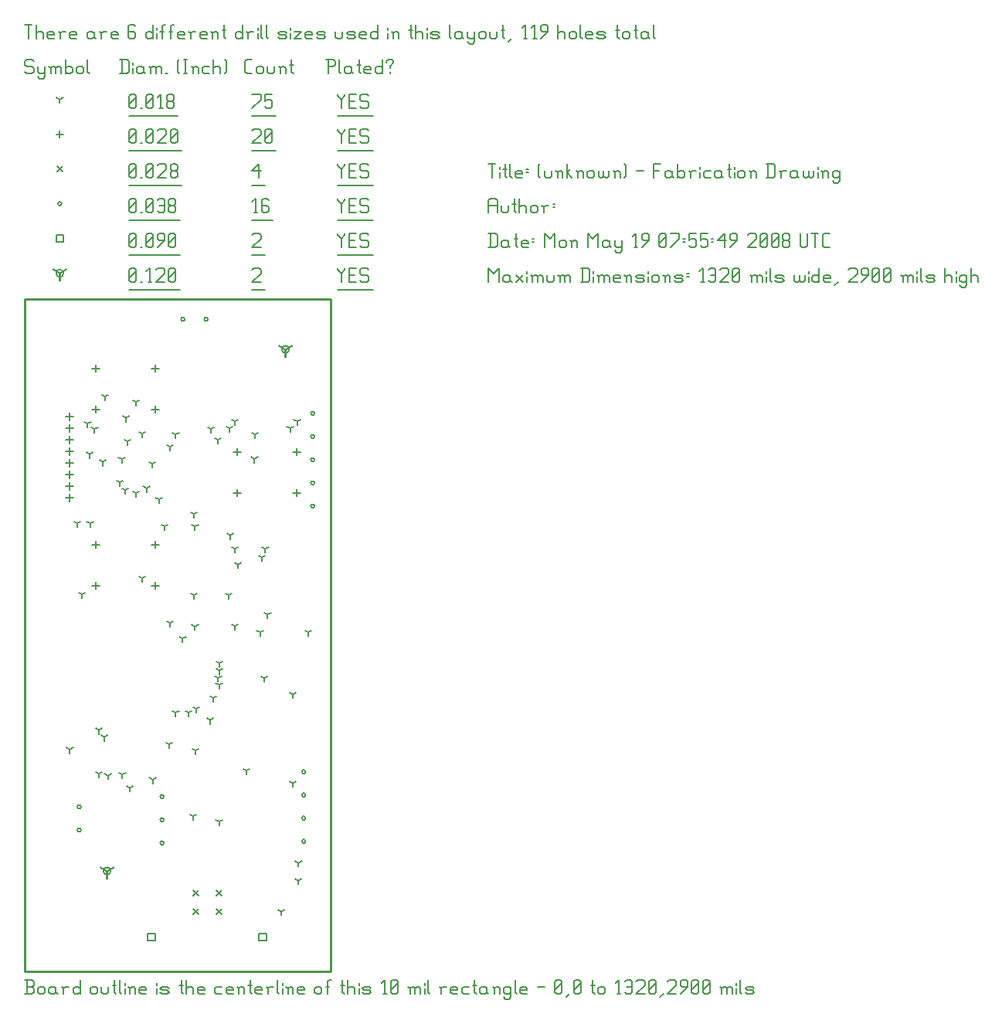
<source format=gbr>
G04 start of page 9 for group -3984 idx -3984
G04 Title: (unknown), fab *
G04 Creator: pcb 20070912 *
G04 CreationDate: Mon May 19 07:55:49 2008 UTC *
G04 For: sean *
G04 Format: Gerber/RS-274X *
G04 PCB-Dimensions: 132000 290000 *
G04 PCB-Coordinate-Origin: lower left *
%MOIN*%
%FSLAX24Y24*%
%LNFAB*%
%ADD11C,0.0100*%
%ADD47C,0.0060*%
%ADD49R,0.0080X0.0080*%
G54D49*X11240Y26840D02*Y26520D01*
G54D12*G36*
X11185Y26854D02*X11531Y27054D01*
X11571Y26985D01*
X11225Y26785D01*
X11185Y26854D01*
G37*
G54D49*G54D12*G36*
X11254Y26785D02*X10908Y26985D01*
X10948Y27054D01*
X11294Y26854D01*
X11254Y26785D01*
G37*
G54D49*X11080Y26840D02*G75*G03X11400Y26840I160J0D01*G01*
G75*G03X11080Y26840I-160J0D01*G01*
X3540Y4340D02*Y4020D01*
G54D12*G36*
X3485Y4354D02*X3831Y4554D01*
X3871Y4485D01*
X3525Y4285D01*
X3485Y4354D01*
G37*
G54D49*G54D12*G36*
X3554Y4285D02*X3208Y4485D01*
X3248Y4554D01*
X3594Y4354D01*
X3554Y4285D01*
G37*
G54D49*X3380Y4340D02*G75*G03X3700Y4340I160J0D01*G01*
G75*G03X3380Y4340I-160J0D01*G01*
X1500Y30125D02*Y29805D01*
G54D12*G36*
X1445Y30139D02*X1791Y30339D01*
X1831Y30270D01*
X1485Y30070D01*
X1445Y30139D01*
G37*
G54D49*G54D12*G36*
X1514Y30070D02*X1168Y30270D01*
X1208Y30339D01*
X1554Y30139D01*
X1514Y30070D01*
G37*
G54D49*X1340Y30125D02*G75*G03X1660Y30125I160J0D01*G01*
G75*G03X1340Y30125I-160J0D01*G01*
G54D47*X13500Y30350D02*Y30275D01*
X13650Y30125D01*
X13800Y30275D01*
Y30350D02*Y30275D01*
X13650Y30125D02*Y29750D01*
X13980Y30050D02*X14205D01*
X13980Y29750D02*X14280D01*
X13980Y30350D02*Y29750D01*
Y30350D02*X14280D01*
X14760D02*X14835Y30275D01*
X14535Y30350D02*X14760D01*
X14460Y30275D02*X14535Y30350D01*
X14460Y30275D02*Y30125D01*
X14535Y30050D01*
X14760D01*
X14835Y29975D01*
Y29825D01*
X14760Y29750D02*X14835Y29825D01*
X14535Y29750D02*X14760D01*
X14460Y29825D02*X14535Y29750D01*
X13500Y29424D02*X15015D01*
X9800Y30275D02*X9875Y30350D01*
X10100D01*
X10175Y30275D01*
Y30125D01*
X9800Y29750D02*X10175Y30125D01*
X9800Y29750D02*X10175D01*
X9800Y29424D02*X10355D01*
X4500Y29825D02*X4575Y29750D01*
X4500Y30275D02*Y29825D01*
Y30275D02*X4575Y30350D01*
X4725D01*
X4800Y30275D01*
Y29825D01*
X4725Y29750D02*X4800Y29825D01*
X4575Y29750D02*X4725D01*
X4500Y29900D02*X4800Y30200D01*
X4980Y29750D02*X5055D01*
X5310D02*X5460D01*
X5385Y30350D02*Y29750D01*
X5235Y30200D02*X5385Y30350D01*
X5640Y30275D02*X5715Y30350D01*
X5940D01*
X6015Y30275D01*
Y30125D01*
X5640Y29750D02*X6015Y30125D01*
X5640Y29750D02*X6015D01*
X6195Y29825D02*X6270Y29750D01*
X6195Y30275D02*Y29825D01*
Y30275D02*X6270Y30350D01*
X6420D01*
X6495Y30275D01*
Y29825D01*
X6420Y29750D02*X6495Y29825D01*
X6270Y29750D02*X6420D01*
X6195Y29900D02*X6495Y30200D01*
X4500Y29424D02*X6675D01*
X10100Y1650D02*X10420D01*
X10100D02*Y1330D01*
X10420D01*
Y1650D02*Y1330D01*
X5300Y1650D02*X5620D01*
X5300D02*Y1330D01*
X5620D01*
Y1650D02*Y1330D01*
X1340Y31785D02*X1660D01*
X1340D02*Y31465D01*
X1660D01*
Y31785D02*Y31465D01*
X13500Y31850D02*Y31775D01*
X13650Y31625D01*
X13800Y31775D01*
Y31850D02*Y31775D01*
X13650Y31625D02*Y31250D01*
X13980Y31550D02*X14205D01*
X13980Y31250D02*X14280D01*
X13980Y31850D02*Y31250D01*
Y31850D02*X14280D01*
X14760D02*X14835Y31775D01*
X14535Y31850D02*X14760D01*
X14460Y31775D02*X14535Y31850D01*
X14460Y31775D02*Y31625D01*
X14535Y31550D01*
X14760D01*
X14835Y31475D01*
Y31325D01*
X14760Y31250D02*X14835Y31325D01*
X14535Y31250D02*X14760D01*
X14460Y31325D02*X14535Y31250D01*
X13500Y30924D02*X15015D01*
X9800Y31775D02*X9875Y31850D01*
X10100D01*
X10175Y31775D01*
Y31625D01*
X9800Y31250D02*X10175Y31625D01*
X9800Y31250D02*X10175D01*
X9800Y30924D02*X10355D01*
X4500Y31325D02*X4575Y31250D01*
X4500Y31775D02*Y31325D01*
Y31775D02*X4575Y31850D01*
X4725D01*
X4800Y31775D01*
Y31325D01*
X4725Y31250D02*X4800Y31325D01*
X4575Y31250D02*X4725D01*
X4500Y31400D02*X4800Y31700D01*
X4980Y31250D02*X5055D01*
X5235Y31325D02*X5310Y31250D01*
X5235Y31775D02*Y31325D01*
Y31775D02*X5310Y31850D01*
X5460D01*
X5535Y31775D01*
Y31325D01*
X5460Y31250D02*X5535Y31325D01*
X5310Y31250D02*X5460D01*
X5235Y31400D02*X5535Y31700D01*
X5715Y31250D02*X6015Y31550D01*
Y31775D02*Y31550D01*
X5940Y31850D02*X6015Y31775D01*
X5790Y31850D02*X5940D01*
X5715Y31775D02*X5790Y31850D01*
X5715Y31775D02*Y31625D01*
X5790Y31550D01*
X6015D01*
X6195Y31325D02*X6270Y31250D01*
X6195Y31775D02*Y31325D01*
Y31775D02*X6270Y31850D01*
X6420D01*
X6495Y31775D01*
Y31325D01*
X6420Y31250D02*X6495Y31325D01*
X6270Y31250D02*X6420D01*
X6195Y31400D02*X6495Y31700D01*
X4500Y30924D02*X6675D01*
X2260Y7110D02*G75*G03X2420Y7110I80J0D01*G01*
G75*G03X2260Y7110I-80J0D01*G01*
Y6110D02*G75*G03X2420Y6110I80J0D01*G01*
G75*G03X2260Y6110I-80J0D01*G01*
X5830Y7550D02*G75*G03X5990Y7550I80J0D01*G01*
G75*G03X5830Y7550I-80J0D01*G01*
Y6550D02*G75*G03X5990Y6550I80J0D01*G01*
G75*G03X5830Y6550I-80J0D01*G01*
Y5550D02*G75*G03X5990Y5550I80J0D01*G01*
G75*G03X5830Y5550I-80J0D01*G01*
X12330Y24080D02*G75*G03X12490Y24080I80J0D01*G01*
G75*G03X12330Y24080I-80J0D01*G01*
Y23080D02*G75*G03X12490Y23080I80J0D01*G01*
G75*G03X12330Y23080I-80J0D01*G01*
Y22080D02*G75*G03X12490Y22080I80J0D01*G01*
G75*G03X12330Y22080I-80J0D01*G01*
Y21080D02*G75*G03X12490Y21080I80J0D01*G01*
G75*G03X12330Y21080I-80J0D01*G01*
Y20080D02*G75*G03X12490Y20080I80J0D01*G01*
G75*G03X12330Y20080I-80J0D01*G01*
X11940Y8620D02*G75*G03X12100Y8620I80J0D01*G01*
G75*G03X11940Y8620I-80J0D01*G01*
Y7620D02*G75*G03X12100Y7620I80J0D01*G01*
G75*G03X11940Y7620I-80J0D01*G01*
Y6620D02*G75*G03X12100Y6620I80J0D01*G01*
G75*G03X11940Y6620I-80J0D01*G01*
Y5620D02*G75*G03X12100Y5620I80J0D01*G01*
G75*G03X11940Y5620I-80J0D01*G01*
X6730Y28140D02*G75*G03X6890Y28140I80J0D01*G01*
G75*G03X6730Y28140I-80J0D01*G01*
X7730D02*G75*G03X7890Y28140I80J0D01*G01*
G75*G03X7730Y28140I-80J0D01*G01*
X1420Y33125D02*G75*G03X1580Y33125I80J0D01*G01*
G75*G03X1420Y33125I-80J0D01*G01*
X13500Y33350D02*Y33275D01*
X13650Y33125D01*
X13800Y33275D01*
Y33350D02*Y33275D01*
X13650Y33125D02*Y32750D01*
X13980Y33050D02*X14205D01*
X13980Y32750D02*X14280D01*
X13980Y33350D02*Y32750D01*
Y33350D02*X14280D01*
X14760D02*X14835Y33275D01*
X14535Y33350D02*X14760D01*
X14460Y33275D02*X14535Y33350D01*
X14460Y33275D02*Y33125D01*
X14535Y33050D01*
X14760D01*
X14835Y32975D01*
Y32825D01*
X14760Y32750D02*X14835Y32825D01*
X14535Y32750D02*X14760D01*
X14460Y32825D02*X14535Y32750D01*
X13500Y32424D02*X15015D01*
X9875Y32750D02*X10025D01*
X9950Y33350D02*Y32750D01*
X9800Y33200D02*X9950Y33350D01*
X10430D02*X10505Y33275D01*
X10280Y33350D02*X10430D01*
X10205Y33275D02*X10280Y33350D01*
X10205Y33275D02*Y32825D01*
X10280Y32750D01*
X10430Y33050D02*X10505Y32975D01*
X10205Y33050D02*X10430D01*
X10280Y32750D02*X10430D01*
X10505Y32825D01*
Y32975D02*Y32825D01*
X9800Y32424D02*X10685D01*
X4500Y32825D02*X4575Y32750D01*
X4500Y33275D02*Y32825D01*
Y33275D02*X4575Y33350D01*
X4725D01*
X4800Y33275D01*
Y32825D01*
X4725Y32750D02*X4800Y32825D01*
X4575Y32750D02*X4725D01*
X4500Y32900D02*X4800Y33200D01*
X4980Y32750D02*X5055D01*
X5235Y32825D02*X5310Y32750D01*
X5235Y33275D02*Y32825D01*
Y33275D02*X5310Y33350D01*
X5460D01*
X5535Y33275D01*
Y32825D01*
X5460Y32750D02*X5535Y32825D01*
X5310Y32750D02*X5460D01*
X5235Y32900D02*X5535Y33200D01*
X5715Y33275D02*X5790Y33350D01*
X5940D01*
X6015Y33275D01*
Y32825D01*
X5940Y32750D02*X6015Y32825D01*
X5790Y32750D02*X5940D01*
X5715Y32825D02*X5790Y32750D01*
Y33050D02*X6015D01*
X6195Y32825D02*X6270Y32750D01*
X6195Y32975D02*Y32825D01*
Y32975D02*X6270Y33050D01*
X6420D01*
X6495Y32975D01*
Y32825D01*
X6420Y32750D02*X6495Y32825D01*
X6270Y32750D02*X6420D01*
X6195Y33125D02*X6270Y33050D01*
X6195Y33275D02*Y33125D01*
Y33275D02*X6270Y33350D01*
X6420D01*
X6495Y33275D01*
Y33125D01*
X6420Y33050D02*X6495Y33125D01*
X4500Y32424D02*X6675D01*
X8240Y3510D02*X8480Y3270D01*
X8240D02*X8480Y3510D01*
X7240D02*X7480Y3270D01*
X7240D02*X7480Y3510D01*
X7240Y2710D02*X7480Y2470D01*
X7240D02*X7480Y2710D01*
X8240D02*X8480Y2470D01*
X8240D02*X8480Y2710D01*
X1380Y34745D02*X1620Y34505D01*
X1380D02*X1620Y34745D01*
X13500Y34850D02*Y34775D01*
X13650Y34625D01*
X13800Y34775D01*
Y34850D02*Y34775D01*
X13650Y34625D02*Y34250D01*
X13980Y34550D02*X14205D01*
X13980Y34250D02*X14280D01*
X13980Y34850D02*Y34250D01*
Y34850D02*X14280D01*
X14760D02*X14835Y34775D01*
X14535Y34850D02*X14760D01*
X14460Y34775D02*X14535Y34850D01*
X14460Y34775D02*Y34625D01*
X14535Y34550D01*
X14760D01*
X14835Y34475D01*
Y34325D01*
X14760Y34250D02*X14835Y34325D01*
X14535Y34250D02*X14760D01*
X14460Y34325D02*X14535Y34250D01*
X13500Y33924D02*X15015D01*
X9800Y34550D02*X10100Y34850D01*
X9800Y34550D02*X10175D01*
X10100Y34850D02*Y34250D01*
X9800Y33924D02*X10355D01*
X4500Y34325D02*X4575Y34250D01*
X4500Y34775D02*Y34325D01*
Y34775D02*X4575Y34850D01*
X4725D01*
X4800Y34775D01*
Y34325D01*
X4725Y34250D02*X4800Y34325D01*
X4575Y34250D02*X4725D01*
X4500Y34400D02*X4800Y34700D01*
X4980Y34250D02*X5055D01*
X5235Y34325D02*X5310Y34250D01*
X5235Y34775D02*Y34325D01*
Y34775D02*X5310Y34850D01*
X5460D01*
X5535Y34775D01*
Y34325D01*
X5460Y34250D02*X5535Y34325D01*
X5310Y34250D02*X5460D01*
X5235Y34400D02*X5535Y34700D01*
X5715Y34775D02*X5790Y34850D01*
X6015D01*
X6090Y34775D01*
Y34625D01*
X5715Y34250D02*X6090Y34625D01*
X5715Y34250D02*X6090D01*
X6270Y34325D02*X6345Y34250D01*
X6270Y34475D02*Y34325D01*
Y34475D02*X6345Y34550D01*
X6495D01*
X6570Y34475D01*
Y34325D01*
X6495Y34250D02*X6570Y34325D01*
X6345Y34250D02*X6495D01*
X6270Y34625D02*X6345Y34550D01*
X6270Y34775D02*Y34625D01*
Y34775D02*X6345Y34850D01*
X6495D01*
X6570Y34775D01*
Y34625D01*
X6495Y34550D02*X6570Y34625D01*
X4500Y33924D02*X6750D01*
X3060Y26185D02*Y25865D01*
X2900Y26025D02*X3220D01*
X5619Y26185D02*Y25865D01*
X5459Y26025D02*X5779D01*
X5619Y24414D02*Y24094D01*
X5459Y24254D02*X5779D01*
X3060Y24414D02*Y24094D01*
X2900Y24254D02*X3220D01*
X1920Y24110D02*Y23790D01*
X1760Y23950D02*X2080D01*
X1920Y23610D02*Y23290D01*
X1760Y23450D02*X2080D01*
X1920Y23110D02*Y22790D01*
X1760Y22950D02*X2080D01*
X1920Y22610D02*Y22290D01*
X1760Y22450D02*X2080D01*
X1920Y22110D02*Y21790D01*
X1760Y21950D02*X2080D01*
X1920Y21610D02*Y21290D01*
X1760Y21450D02*X2080D01*
X1920Y21110D02*Y20790D01*
X1760Y20950D02*X2080D01*
X1920Y20610D02*Y20290D01*
X1760Y20450D02*X2080D01*
X3060Y18585D02*Y18265D01*
X2900Y18425D02*X3220D01*
X5619Y18585D02*Y18265D01*
X5459Y18425D02*X5779D01*
X5619Y16814D02*Y16494D01*
X5459Y16654D02*X5779D01*
X3060Y16814D02*Y16494D01*
X2900Y16654D02*X3220D01*
X9160Y22585D02*Y22265D01*
X9000Y22425D02*X9320D01*
X11719Y22585D02*Y22265D01*
X11559Y22425D02*X11879D01*
X11719Y20814D02*Y20494D01*
X11559Y20654D02*X11879D01*
X9160Y20814D02*Y20494D01*
X9000Y20654D02*X9320D01*
X1500Y36285D02*Y35965D01*
X1340Y36125D02*X1660D01*
X13500Y36350D02*Y36275D01*
X13650Y36125D01*
X13800Y36275D01*
Y36350D02*Y36275D01*
X13650Y36125D02*Y35750D01*
X13980Y36050D02*X14205D01*
X13980Y35750D02*X14280D01*
X13980Y36350D02*Y35750D01*
Y36350D02*X14280D01*
X14760D02*X14835Y36275D01*
X14535Y36350D02*X14760D01*
X14460Y36275D02*X14535Y36350D01*
X14460Y36275D02*Y36125D01*
X14535Y36050D01*
X14760D01*
X14835Y35975D01*
Y35825D01*
X14760Y35750D02*X14835Y35825D01*
X14535Y35750D02*X14760D01*
X14460Y35825D02*X14535Y35750D01*
X13500Y35424D02*X15015D01*
X9800Y36275D02*X9875Y36350D01*
X10100D01*
X10175Y36275D01*
Y36125D01*
X9800Y35750D02*X10175Y36125D01*
X9800Y35750D02*X10175D01*
X10355Y35825D02*X10430Y35750D01*
X10355Y36275D02*Y35825D01*
Y36275D02*X10430Y36350D01*
X10580D01*
X10655Y36275D01*
Y35825D01*
X10580Y35750D02*X10655Y35825D01*
X10430Y35750D02*X10580D01*
X10355Y35900D02*X10655Y36200D01*
X9800Y35424D02*X10835D01*
X4500Y35825D02*X4575Y35750D01*
X4500Y36275D02*Y35825D01*
Y36275D02*X4575Y36350D01*
X4725D01*
X4800Y36275D01*
Y35825D01*
X4725Y35750D02*X4800Y35825D01*
X4575Y35750D02*X4725D01*
X4500Y35900D02*X4800Y36200D01*
X4980Y35750D02*X5055D01*
X5235Y35825D02*X5310Y35750D01*
X5235Y36275D02*Y35825D01*
Y36275D02*X5310Y36350D01*
X5460D01*
X5535Y36275D01*
Y35825D01*
X5460Y35750D02*X5535Y35825D01*
X5310Y35750D02*X5460D01*
X5235Y35900D02*X5535Y36200D01*
X5715Y36275D02*X5790Y36350D01*
X6015D01*
X6090Y36275D01*
Y36125D01*
X5715Y35750D02*X6090Y36125D01*
X5715Y35750D02*X6090D01*
X6270Y35825D02*X6345Y35750D01*
X6270Y36275D02*Y35825D01*
Y36275D02*X6345Y36350D01*
X6495D01*
X6570Y36275D01*
Y35825D01*
X6495Y35750D02*X6570Y35825D01*
X6345Y35750D02*X6495D01*
X6270Y35900D02*X6570Y36200D01*
X4500Y35424D02*X6750D01*
X11790Y3920D02*Y3760D01*
Y3920D02*X11928Y4000D01*
X11790Y3920D02*X11651Y4000D01*
X11800Y4690D02*Y4530D01*
Y4690D02*X11938Y4770D01*
X11800Y4690D02*X11661Y4770D01*
X4200Y8500D02*Y8340D01*
Y8500D02*X4338Y8580D01*
X4200Y8500D02*X4061Y8580D01*
X4510Y7920D02*Y7760D01*
Y7920D02*X4648Y8000D01*
X4510Y7920D02*X4371Y8000D01*
X6211Y9800D02*Y9640D01*
Y9800D02*X6349Y9880D01*
X6211Y9800D02*X6072Y9880D01*
X9179Y17555D02*Y17395D01*
Y17555D02*X9318Y17635D01*
X9179Y17555D02*X9041Y17635D01*
X10220Y17865D02*Y17705D01*
Y17865D02*X10358Y17945D01*
X10220Y17865D02*X10081Y17945D01*
X9920Y23165D02*Y23005D01*
Y23165D02*X10058Y23245D01*
X9920Y23165D02*X9781Y23245D01*
X4780Y24564D02*Y24404D01*
Y24564D02*X4918Y24644D01*
X4780Y24564D02*X4641Y24644D01*
X5505Y8282D02*Y8122D01*
Y8282D02*X5643Y8362D01*
X5505Y8282D02*X5366Y8362D01*
X2787Y22319D02*Y22159D01*
Y22319D02*X2925Y22399D01*
X2787Y22319D02*X2648Y22399D01*
X4429Y22865D02*Y22705D01*
Y22865D02*X4567Y22945D01*
X4429Y22865D02*X4290Y22945D01*
X3359Y21980D02*Y21820D01*
Y21980D02*X3497Y22060D01*
X3359Y21980D02*X3220Y22060D01*
X3000Y23400D02*Y23240D01*
Y23400D02*X3138Y23480D01*
X3000Y23400D02*X2861Y23480D01*
X4090Y21109D02*Y20949D01*
Y21109D02*X4229Y21189D01*
X4090Y21109D02*X3952Y21189D01*
X3451Y24804D02*Y24644D01*
Y24804D02*X3590Y24884D01*
X3451Y24804D02*X3313Y24884D01*
X4330Y20769D02*Y20609D01*
Y20769D02*X4469Y20849D01*
X4330Y20769D02*X4192Y20849D01*
X5044Y23200D02*Y23040D01*
Y23200D02*X5183Y23280D01*
X5044Y23200D02*X4906Y23280D01*
X4343Y23880D02*Y23720D01*
Y23880D02*X4482Y23960D01*
X4343Y23880D02*X4205Y23960D01*
X4779Y20639D02*Y20479D01*
Y20639D02*X4918Y20719D01*
X4779Y20639D02*X4641Y20719D01*
X6020Y19201D02*Y19041D01*
Y19201D02*X6158Y19281D01*
X6020Y19201D02*X5881Y19281D01*
X7332Y19201D02*Y19041D01*
Y19201D02*X7471Y19281D01*
X7332Y19201D02*X7194Y19281D01*
X7282Y19736D02*Y19576D01*
Y19736D02*X7421Y19816D01*
X7282Y19736D02*X7143Y19816D01*
X2804Y19337D02*Y19177D01*
Y19337D02*X2943Y19417D01*
X2804Y19337D02*X2666Y19417D01*
X2247Y19337D02*Y19177D01*
Y19337D02*X2386Y19417D01*
X2247Y19337D02*X2108Y19417D01*
X5242Y20848D02*Y20688D01*
Y20848D02*X5381Y20928D01*
X5242Y20848D02*X5103Y20928D01*
X2699Y23640D02*Y23480D01*
Y23640D02*X2838Y23720D01*
X2699Y23640D02*X2561Y23720D01*
X5480Y21900D02*Y21740D01*
Y21900D02*X5618Y21980D01*
X5480Y21900D02*X5341Y21980D01*
X4170Y22109D02*Y21949D01*
Y22109D02*X4308Y22189D01*
X4170Y22109D02*X4031Y22189D01*
X5772Y20368D02*Y20208D01*
Y20368D02*X5911Y20448D01*
X5772Y20368D02*X5634Y20448D01*
X7250Y6709D02*Y6549D01*
Y6709D02*X7388Y6789D01*
X7250Y6709D02*X7111Y6789D01*
X9046Y18235D02*Y18075D01*
Y18235D02*X9184Y18315D01*
X9046Y18235D02*X8907Y18315D01*
X8385Y13305D02*Y13145D01*
Y13305D02*X8523Y13385D01*
X8385Y13305D02*X8246Y13385D01*
X8385Y12985D02*Y12825D01*
Y12985D02*X8523Y13065D01*
X8385Y12985D02*X8246Y13065D01*
X8334Y12660D02*Y12500D01*
Y12660D02*X8473Y12740D01*
X8334Y12660D02*X8196Y12740D01*
X10326Y12659D02*Y12499D01*
Y12659D02*X10465Y12739D01*
X10326Y12659D02*X10187Y12739D01*
X12216Y14626D02*Y14466D01*
Y14626D02*X12354Y14706D01*
X12216Y14626D02*X12077Y14706D01*
X8113Y11800D02*Y11640D01*
Y11800D02*X8252Y11880D01*
X8113Y11800D02*X7975Y11880D01*
X10140Y14626D02*Y14466D01*
Y14626D02*X10278Y14706D01*
X10140Y14626D02*X10001Y14706D01*
X9550Y8675D02*Y8515D01*
Y8675D02*X9688Y8755D01*
X9550Y8675D02*X9411Y8755D01*
X6501Y23170D02*Y23010D01*
Y23170D02*X6639Y23250D01*
X6501Y23170D02*X6362Y23250D01*
X6501Y11173D02*Y11013D01*
Y11173D02*X6639Y11253D01*
X6501Y11173D02*X6362Y11253D01*
X9902Y22115D02*Y21955D01*
Y22115D02*X10041Y22195D01*
X9902Y22115D02*X9764Y22195D01*
X8810Y23429D02*Y23269D01*
Y23429D02*X8948Y23509D01*
X8810Y23429D02*X8671Y23509D01*
X11440Y23429D02*Y23269D01*
Y23429D02*X11578Y23509D01*
X11440Y23429D02*X11301Y23509D01*
X3570Y8455D02*Y8295D01*
Y8455D02*X3708Y8535D01*
X3570Y8455D02*X3431Y8535D01*
X3428Y10116D02*Y9956D01*
Y10116D02*X3567Y10196D01*
X3428Y10116D02*X3290Y10196D01*
X7332Y14892D02*Y14732D01*
Y14892D02*X7471Y14972D01*
X7332Y14892D02*X7194Y14972D01*
X7282Y16231D02*Y16071D01*
Y16231D02*X7421Y16311D01*
X7282Y16231D02*X7143Y16311D01*
X8779Y16231D02*Y16071D01*
Y16231D02*X8918Y16311D01*
X8779Y16231D02*X8641Y16311D01*
X8843Y18814D02*Y18654D01*
Y18814D02*X8982Y18894D01*
X8843Y18814D02*X8705Y18894D01*
X3188Y8534D02*Y8374D01*
Y8534D02*X3327Y8614D01*
X3188Y8534D02*X3050Y8614D01*
X3188Y10416D02*Y10256D01*
Y10416D02*X3327Y10496D01*
X3188Y10416D02*X3050Y10496D01*
X8372Y12360D02*Y12200D01*
Y12360D02*X8511Y12440D01*
X8372Y12360D02*X8233Y12440D01*
X8372Y6470D02*Y6310D01*
Y6470D02*X8511Y6550D01*
X8372Y6470D02*X8233Y6550D01*
X7042Y11173D02*Y11013D01*
Y11173D02*X7181Y11253D01*
X7042Y11173D02*X6904Y11253D01*
X8310Y22930D02*Y22770D01*
Y22930D02*X8449Y23010D01*
X8310Y22930D02*X8171Y23010D01*
X11553Y11955D02*Y11795D01*
Y11955D02*X11692Y12035D01*
X11553Y11955D02*X11414Y12035D01*
X11553Y8120D02*Y7960D01*
Y8120D02*X11692Y8200D01*
X11553Y8120D02*X11414Y8200D01*
X9050Y23729D02*Y23569D01*
Y23729D02*X9188Y23809D01*
X9050Y23729D02*X8911Y23809D01*
X11740Y23729D02*Y23569D01*
Y23729D02*X11878Y23809D01*
X11740Y23729D02*X11601Y23809D01*
X7980Y10850D02*Y10690D01*
Y10850D02*X8118Y10930D01*
X7980Y10850D02*X7841Y10930D01*
X7384Y11345D02*Y11185D01*
Y11345D02*X7523Y11425D01*
X7384Y11345D02*X7246Y11425D01*
X7347Y9540D02*Y9380D01*
Y9540D02*X7486Y9620D01*
X7347Y9540D02*X7208Y9620D01*
X2450Y16264D02*Y16104D01*
Y16264D02*X2589Y16344D01*
X2450Y16264D02*X2311Y16344D01*
X6260Y22629D02*Y22469D01*
Y22629D02*X6398Y22709D01*
X6260Y22629D02*X6121Y22709D01*
X6260Y15044D02*Y14884D01*
Y15044D02*X6398Y15124D01*
X6260Y15044D02*X6121Y15124D01*
X8020Y23412D02*Y23252D01*
Y23412D02*X8158Y23492D01*
X8020Y23412D02*X7881Y23492D01*
X6802Y14379D02*Y14219D01*
Y14379D02*X6941Y14459D01*
X6802Y14379D02*X6663Y14459D01*
X9056Y14905D02*Y14745D01*
Y14905D02*X9195Y14985D01*
X9056Y14905D02*X8917Y14985D01*
X11055Y2590D02*Y2430D01*
Y2590D02*X11193Y2670D01*
X11055Y2590D02*X10916Y2670D01*
X1935Y9585D02*Y9425D01*
Y9585D02*X2073Y9665D01*
X1935Y9585D02*X1796Y9665D01*
X10468Y15409D02*Y15249D01*
Y15409D02*X10607Y15489D01*
X10468Y15409D02*X10329Y15489D01*
X10366Y18235D02*Y18075D01*
Y18235D02*X10505Y18315D01*
X10366Y18235D02*X10228Y18315D01*
X5064Y16964D02*Y16804D01*
Y16964D02*X5203Y17044D01*
X5064Y16964D02*X4926Y17044D01*
X1500Y37625D02*Y37465D01*
Y37625D02*X1638Y37705D01*
X1500Y37625D02*X1361Y37705D01*
X13500Y37850D02*Y37775D01*
X13650Y37625D01*
X13800Y37775D01*
Y37850D02*Y37775D01*
X13650Y37625D02*Y37250D01*
X13980Y37550D02*X14205D01*
X13980Y37250D02*X14280D01*
X13980Y37850D02*Y37250D01*
Y37850D02*X14280D01*
X14760D02*X14835Y37775D01*
X14535Y37850D02*X14760D01*
X14460Y37775D02*X14535Y37850D01*
X14460Y37775D02*Y37625D01*
X14535Y37550D01*
X14760D01*
X14835Y37475D01*
Y37325D01*
X14760Y37250D02*X14835Y37325D01*
X14535Y37250D02*X14760D01*
X14460Y37325D02*X14535Y37250D01*
X13500Y36924D02*X15015D01*
X9800Y37250D02*X10175Y37625D01*
Y37850D02*Y37625D01*
X9800Y37850D02*X10175D01*
X10355D02*X10655D01*
X10355D02*Y37550D01*
X10430Y37625D01*
X10580D01*
X10655Y37550D01*
Y37325D01*
X10580Y37250D02*X10655Y37325D01*
X10430Y37250D02*X10580D01*
X10355Y37325D02*X10430Y37250D01*
X9800Y36924D02*X10835D01*
X4500Y37325D02*X4575Y37250D01*
X4500Y37775D02*Y37325D01*
Y37775D02*X4575Y37850D01*
X4725D01*
X4800Y37775D01*
Y37325D01*
X4725Y37250D02*X4800Y37325D01*
X4575Y37250D02*X4725D01*
X4500Y37400D02*X4800Y37700D01*
X4980Y37250D02*X5055D01*
X5235Y37325D02*X5310Y37250D01*
X5235Y37775D02*Y37325D01*
Y37775D02*X5310Y37850D01*
X5460D01*
X5535Y37775D01*
Y37325D01*
X5460Y37250D02*X5535Y37325D01*
X5310Y37250D02*X5460D01*
X5235Y37400D02*X5535Y37700D01*
X5790Y37250D02*X5940D01*
X5865Y37850D02*Y37250D01*
X5715Y37700D02*X5865Y37850D01*
X6120Y37325D02*X6195Y37250D01*
X6120Y37475D02*Y37325D01*
Y37475D02*X6195Y37550D01*
X6345D01*
X6420Y37475D01*
Y37325D01*
X6345Y37250D02*X6420Y37325D01*
X6195Y37250D02*X6345D01*
X6120Y37625D02*X6195Y37550D01*
X6120Y37775D02*Y37625D01*
Y37775D02*X6195Y37850D01*
X6345D01*
X6420Y37775D01*
Y37625D01*
X6345Y37550D02*X6420Y37625D01*
X4500Y36924D02*X6600D01*
X300Y39350D02*X375Y39275D01*
X75Y39350D02*X300D01*
X0Y39275D02*X75Y39350D01*
X0Y39275D02*Y39125D01*
X75Y39050D01*
X300D01*
X375Y38975D01*
Y38825D01*
X300Y38750D02*X375Y38825D01*
X75Y38750D02*X300D01*
X0Y38825D02*X75Y38750D01*
X555Y39050D02*Y38825D01*
X630Y38750D01*
X855Y39050D02*Y38600D01*
X780Y38525D02*X855Y38600D01*
X630Y38525D02*X780D01*
X555Y38600D02*X630Y38525D01*
Y38750D02*X780D01*
X855Y38825D01*
X1110Y38975D02*Y38750D01*
Y38975D02*X1185Y39050D01*
X1260D01*
X1335Y38975D01*
Y38750D01*
Y38975D02*X1410Y39050D01*
X1485D01*
X1560Y38975D01*
Y38750D01*
X1035Y39050D02*X1110Y38975D01*
X1740Y39350D02*Y38750D01*
Y38825D02*X1815Y38750D01*
X1965D01*
X2040Y38825D01*
Y38975D02*Y38825D01*
X1965Y39050D02*X2040Y38975D01*
X1815Y39050D02*X1965D01*
X1740Y38975D02*X1815Y39050D01*
X2220Y38975D02*Y38825D01*
Y38975D02*X2295Y39050D01*
X2445D01*
X2520Y38975D01*
Y38825D01*
X2445Y38750D02*X2520Y38825D01*
X2295Y38750D02*X2445D01*
X2220Y38825D02*X2295Y38750D01*
X2700Y39350D02*Y38825D01*
X2775Y38750D01*
X4175Y39350D02*Y38750D01*
X4400Y39350D02*X4475Y39275D01*
Y38825D01*
X4400Y38750D02*X4475Y38825D01*
X4100Y38750D02*X4400D01*
X4100Y39350D02*X4400D01*
X4655Y39200D02*Y39125D01*
Y38975D02*Y38750D01*
X5030Y39050D02*X5105Y38975D01*
X4880Y39050D02*X5030D01*
X4805Y38975D02*X4880Y39050D01*
X4805Y38975D02*Y38825D01*
X4880Y38750D01*
X5105Y39050D02*Y38825D01*
X5180Y38750D01*
X4880D02*X5030D01*
X5105Y38825D01*
X5435Y38975D02*Y38750D01*
Y38975D02*X5510Y39050D01*
X5585D01*
X5660Y38975D01*
Y38750D01*
Y38975D02*X5735Y39050D01*
X5810D01*
X5885Y38975D01*
Y38750D01*
X5360Y39050D02*X5435Y38975D01*
X6065Y38750D02*X6140D01*
X6590Y38825D02*X6665Y38750D01*
X6590Y39275D02*X6665Y39350D01*
X6590Y39275D02*Y38825D01*
X6845Y39350D02*X6995D01*
X6920D02*Y38750D01*
X6845D02*X6995D01*
X7251Y38975D02*Y38750D01*
Y38975D02*X7326Y39050D01*
X7401D01*
X7476Y38975D01*
Y38750D01*
X7176Y39050D02*X7251Y38975D01*
X7731Y39050D02*X7956D01*
X7656Y38975D02*X7731Y39050D01*
X7656Y38975D02*Y38825D01*
X7731Y38750D01*
X7956D01*
X8136Y39350D02*Y38750D01*
Y38975D02*X8211Y39050D01*
X8361D01*
X8436Y38975D01*
Y38750D01*
X8616Y39350D02*X8691Y39275D01*
Y38825D01*
X8616Y38750D02*X8691Y38825D01*
X9575Y38750D02*X9800D01*
X9500Y38825D02*X9575Y38750D01*
X9500Y39275D02*Y38825D01*
Y39275D02*X9575Y39350D01*
X9800D01*
X9980Y38975D02*Y38825D01*
Y38975D02*X10055Y39050D01*
X10205D01*
X10280Y38975D01*
Y38825D01*
X10205Y38750D02*X10280Y38825D01*
X10055Y38750D02*X10205D01*
X9980Y38825D02*X10055Y38750D01*
X10460Y39050D02*Y38825D01*
X10535Y38750D01*
X10685D01*
X10760Y38825D01*
Y39050D02*Y38825D01*
X11015Y38975D02*Y38750D01*
Y38975D02*X11090Y39050D01*
X11165D01*
X11240Y38975D01*
Y38750D01*
X10940Y39050D02*X11015Y38975D01*
X11495Y39350D02*Y38825D01*
X11570Y38750D01*
X11420Y39125D02*X11570D01*
X13075Y39350D02*Y38750D01*
X13000Y39350D02*X13300D01*
X13375Y39275D01*
Y39125D01*
X13300Y39050D02*X13375Y39125D01*
X13075Y39050D02*X13300D01*
X13555Y39350D02*Y38825D01*
X13630Y38750D01*
X14005Y39050D02*X14080Y38975D01*
X13855Y39050D02*X14005D01*
X13780Y38975D02*X13855Y39050D01*
X13780Y38975D02*Y38825D01*
X13855Y38750D01*
X14080Y39050D02*Y38825D01*
X14155Y38750D01*
X13855D02*X14005D01*
X14080Y38825D01*
X14410Y39350D02*Y38825D01*
X14485Y38750D01*
X14335Y39125D02*X14485D01*
X14710Y38750D02*X14935D01*
X14635Y38825D02*X14710Y38750D01*
X14635Y38975D02*Y38825D01*
Y38975D02*X14710Y39050D01*
X14860D01*
X14935Y38975D01*
X14635Y38900D02*X14935D01*
Y38975D02*Y38900D01*
X15415Y39350D02*Y38750D01*
X15340D02*X15415Y38825D01*
X15190Y38750D02*X15340D01*
X15115Y38825D02*X15190Y38750D01*
X15115Y38975D02*Y38825D01*
Y38975D02*X15190Y39050D01*
X15340D01*
X15415Y38975D01*
X15745Y39050D02*Y38975D01*
Y38825D02*Y38750D01*
X15595Y39275D02*Y39200D01*
Y39275D02*X15670Y39350D01*
X15820D01*
X15895Y39275D01*
Y39200D01*
X15745Y39050D02*X15895Y39200D01*
X0Y40850D02*X300D01*
X150D02*Y40250D01*
X480Y40850D02*Y40250D01*
Y40475D02*X555Y40550D01*
X705D01*
X780Y40475D01*
Y40250D01*
X1035D02*X1260D01*
X960Y40325D02*X1035Y40250D01*
X960Y40475D02*Y40325D01*
Y40475D02*X1035Y40550D01*
X1185D01*
X1260Y40475D01*
X960Y40400D02*X1260D01*
Y40475D02*Y40400D01*
X1515Y40475D02*Y40250D01*
Y40475D02*X1590Y40550D01*
X1740D01*
X1440D02*X1515Y40475D01*
X1995Y40250D02*X2220D01*
X1920Y40325D02*X1995Y40250D01*
X1920Y40475D02*Y40325D01*
Y40475D02*X1995Y40550D01*
X2145D01*
X2220Y40475D01*
X1920Y40400D02*X2220D01*
Y40475D02*Y40400D01*
X2895Y40550D02*X2970Y40475D01*
X2745Y40550D02*X2895D01*
X2670Y40475D02*X2745Y40550D01*
X2670Y40475D02*Y40325D01*
X2745Y40250D01*
X2970Y40550D02*Y40325D01*
X3045Y40250D01*
X2745D02*X2895D01*
X2970Y40325D01*
X3300Y40475D02*Y40250D01*
Y40475D02*X3375Y40550D01*
X3525D01*
X3225D02*X3300Y40475D01*
X3781Y40250D02*X4006D01*
X3706Y40325D02*X3781Y40250D01*
X3706Y40475D02*Y40325D01*
Y40475D02*X3781Y40550D01*
X3931D01*
X4006Y40475D01*
X3706Y40400D02*X4006D01*
Y40475D02*Y40400D01*
X4681Y40850D02*X4756Y40775D01*
X4531Y40850D02*X4681D01*
X4456Y40775D02*X4531Y40850D01*
X4456Y40775D02*Y40325D01*
X4531Y40250D01*
X4681Y40550D02*X4756Y40475D01*
X4456Y40550D02*X4681D01*
X4531Y40250D02*X4681D01*
X4756Y40325D01*
Y40475D02*Y40325D01*
X5506Y40850D02*Y40250D01*
X5431D02*X5506Y40325D01*
X5281Y40250D02*X5431D01*
X5206Y40325D02*X5281Y40250D01*
X5206Y40475D02*Y40325D01*
Y40475D02*X5281Y40550D01*
X5431D01*
X5506Y40475D01*
X5686Y40700D02*Y40625D01*
Y40475D02*Y40250D01*
X5911Y40775D02*Y40250D01*
Y40775D02*X5986Y40850D01*
X6061D01*
X5836Y40550D02*X5986D01*
X6286Y40775D02*Y40250D01*
Y40775D02*X6361Y40850D01*
X6436D01*
X6211Y40550D02*X6361D01*
X6661Y40250D02*X6886D01*
X6586Y40325D02*X6661Y40250D01*
X6586Y40475D02*Y40325D01*
Y40475D02*X6661Y40550D01*
X6811D01*
X6886Y40475D01*
X6586Y40400D02*X6886D01*
Y40475D02*Y40400D01*
X7142Y40475D02*Y40250D01*
Y40475D02*X7217Y40550D01*
X7367D01*
X7067D02*X7142Y40475D01*
X7622Y40250D02*X7847D01*
X7547Y40325D02*X7622Y40250D01*
X7547Y40475D02*Y40325D01*
Y40475D02*X7622Y40550D01*
X7772D01*
X7847Y40475D01*
X7547Y40400D02*X7847D01*
Y40475D02*Y40400D01*
X8102Y40475D02*Y40250D01*
Y40475D02*X8177Y40550D01*
X8252D01*
X8327Y40475D01*
Y40250D01*
X8027Y40550D02*X8102Y40475D01*
X8582Y40850D02*Y40325D01*
X8657Y40250D01*
X8507Y40625D02*X8657D01*
X9377Y40850D02*Y40250D01*
X9302D02*X9377Y40325D01*
X9152Y40250D02*X9302D01*
X9077Y40325D02*X9152Y40250D01*
X9077Y40475D02*Y40325D01*
Y40475D02*X9152Y40550D01*
X9302D01*
X9377Y40475D01*
X9632D02*Y40250D01*
Y40475D02*X9707Y40550D01*
X9857D01*
X9557D02*X9632Y40475D01*
X10038Y40700D02*Y40625D01*
Y40475D02*Y40250D01*
X10188Y40850D02*Y40325D01*
X10263Y40250D01*
X10413Y40850D02*Y40325D01*
X10488Y40250D01*
X10983D02*X11208D01*
X11283Y40325D01*
X11208Y40400D02*X11283Y40325D01*
X10983Y40400D02*X11208D01*
X10908Y40475D02*X10983Y40400D01*
X10908Y40475D02*X10983Y40550D01*
X11208D01*
X11283Y40475D01*
X10908Y40325D02*X10983Y40250D01*
X11463Y40700D02*Y40625D01*
Y40475D02*Y40250D01*
X11613Y40550D02*X11913D01*
X11613Y40250D02*X11913Y40550D01*
X11613Y40250D02*X11913D01*
X12168D02*X12393D01*
X12093Y40325D02*X12168Y40250D01*
X12093Y40475D02*Y40325D01*
Y40475D02*X12168Y40550D01*
X12318D01*
X12393Y40475D01*
X12093Y40400D02*X12393D01*
Y40475D02*Y40400D01*
X12649Y40250D02*X12874D01*
X12949Y40325D01*
X12874Y40400D02*X12949Y40325D01*
X12649Y40400D02*X12874D01*
X12574Y40475D02*X12649Y40400D01*
X12574Y40475D02*X12649Y40550D01*
X12874D01*
X12949Y40475D01*
X12574Y40325D02*X12649Y40250D01*
X13399Y40550D02*Y40325D01*
X13474Y40250D01*
X13624D01*
X13699Y40325D01*
Y40550D02*Y40325D01*
X13954Y40250D02*X14179D01*
X14254Y40325D01*
X14179Y40400D02*X14254Y40325D01*
X13954Y40400D02*X14179D01*
X13879Y40475D02*X13954Y40400D01*
X13879Y40475D02*X13954Y40550D01*
X14179D01*
X14254Y40475D01*
X13879Y40325D02*X13954Y40250D01*
X14509D02*X14734D01*
X14434Y40325D02*X14509Y40250D01*
X14434Y40475D02*Y40325D01*
Y40475D02*X14509Y40550D01*
X14659D01*
X14734Y40475D01*
X14434Y40400D02*X14734D01*
Y40475D02*Y40400D01*
X15214Y40850D02*Y40250D01*
X15139D02*X15214Y40325D01*
X14989Y40250D02*X15139D01*
X14914Y40325D02*X14989Y40250D01*
X14914Y40475D02*Y40325D01*
Y40475D02*X14989Y40550D01*
X15139D01*
X15214Y40475D01*
X15664Y40700D02*Y40625D01*
Y40475D02*Y40250D01*
X15889Y40475D02*Y40250D01*
Y40475D02*X15964Y40550D01*
X16039D01*
X16114Y40475D01*
Y40250D01*
X15814Y40550D02*X15889Y40475D01*
X16640Y40850D02*Y40325D01*
X16715Y40250D01*
X16565Y40625D02*X16715D01*
X16865Y40850D02*Y40250D01*
Y40475D02*X16940Y40550D01*
X17090D01*
X17165Y40475D01*
Y40250D01*
X17345Y40700D02*Y40625D01*
Y40475D02*Y40250D01*
X17570D02*X17795D01*
X17870Y40325D01*
X17795Y40400D02*X17870Y40325D01*
X17570Y40400D02*X17795D01*
X17495Y40475D02*X17570Y40400D01*
X17495Y40475D02*X17570Y40550D01*
X17795D01*
X17870Y40475D01*
X17495Y40325D02*X17570Y40250D01*
X18320Y40850D02*Y40325D01*
X18395Y40250D01*
X18770Y40550D02*X18845Y40475D01*
X18620Y40550D02*X18770D01*
X18545Y40475D02*X18620Y40550D01*
X18545Y40475D02*Y40325D01*
X18620Y40250D01*
X18845Y40550D02*Y40325D01*
X18920Y40250D01*
X18620D02*X18770D01*
X18845Y40325D01*
X19101Y40550D02*Y40325D01*
X19176Y40250D01*
X19401Y40550D02*Y40100D01*
X19326Y40025D02*X19401Y40100D01*
X19176Y40025D02*X19326D01*
X19101Y40100D02*X19176Y40025D01*
Y40250D02*X19326D01*
X19401Y40325D01*
X19581Y40475D02*Y40325D01*
Y40475D02*X19656Y40550D01*
X19806D01*
X19881Y40475D01*
Y40325D01*
X19806Y40250D02*X19881Y40325D01*
X19656Y40250D02*X19806D01*
X19581Y40325D02*X19656Y40250D01*
X20061Y40550D02*Y40325D01*
X20136Y40250D01*
X20286D01*
X20361Y40325D01*
Y40550D02*Y40325D01*
X20616Y40850D02*Y40325D01*
X20691Y40250D01*
X20541Y40625D02*X20691D01*
X20841Y40100D02*X20991Y40250D01*
X21516D02*X21666D01*
X21591Y40850D02*Y40250D01*
X21441Y40700D02*X21591Y40850D01*
X21921Y40250D02*X22071D01*
X21996Y40850D02*Y40250D01*
X21846Y40700D02*X21996Y40850D01*
X22252Y40250D02*X22552Y40550D01*
Y40775D02*Y40550D01*
X22477Y40850D02*X22552Y40775D01*
X22327Y40850D02*X22477D01*
X22252Y40775D02*X22327Y40850D01*
X22252Y40775D02*Y40625D01*
X22327Y40550D01*
X22552D01*
X23002Y40850D02*Y40250D01*
Y40475D02*X23077Y40550D01*
X23227D01*
X23302Y40475D01*
Y40250D01*
X23482Y40475D02*Y40325D01*
Y40475D02*X23557Y40550D01*
X23707D01*
X23782Y40475D01*
Y40325D01*
X23707Y40250D02*X23782Y40325D01*
X23557Y40250D02*X23707D01*
X23482Y40325D02*X23557Y40250D01*
X23962Y40850D02*Y40325D01*
X24037Y40250D01*
X24262D02*X24487D01*
X24187Y40325D02*X24262Y40250D01*
X24187Y40475D02*Y40325D01*
Y40475D02*X24262Y40550D01*
X24412D01*
X24487Y40475D01*
X24187Y40400D02*X24487D01*
Y40475D02*Y40400D01*
X24742Y40250D02*X24967D01*
X25042Y40325D01*
X24967Y40400D02*X25042Y40325D01*
X24742Y40400D02*X24967D01*
X24667Y40475D02*X24742Y40400D01*
X24667Y40475D02*X24742Y40550D01*
X24967D01*
X25042Y40475D01*
X24667Y40325D02*X24742Y40250D01*
X25567Y40850D02*Y40325D01*
X25642Y40250D01*
X25492Y40625D02*X25642D01*
X25793Y40475D02*Y40325D01*
Y40475D02*X25868Y40550D01*
X26018D01*
X26093Y40475D01*
Y40325D01*
X26018Y40250D02*X26093Y40325D01*
X25868Y40250D02*X26018D01*
X25793Y40325D02*X25868Y40250D01*
X26348Y40850D02*Y40325D01*
X26423Y40250D01*
X26273Y40625D02*X26423D01*
X26798Y40550D02*X26873Y40475D01*
X26648Y40550D02*X26798D01*
X26573Y40475D02*X26648Y40550D01*
X26573Y40475D02*Y40325D01*
X26648Y40250D01*
X26873Y40550D02*Y40325D01*
X26948Y40250D01*
X26648D02*X26798D01*
X26873Y40325D01*
X27128Y40850D02*Y40325D01*
X27203Y40250D01*
G54D11*X0Y29000D02*X13200D01*
X0D02*Y0D01*
X13200Y29000D02*Y0D01*
X0D02*X13200D01*
G54D47*X20000Y30350D02*Y29750D01*
Y30350D02*X20225Y30125D01*
X20450Y30350D01*
Y29750D01*
X20855Y30050D02*X20930Y29975D01*
X20705Y30050D02*X20855D01*
X20630Y29975D02*X20705Y30050D01*
X20630Y29975D02*Y29825D01*
X20705Y29750D01*
X20930Y30050D02*Y29825D01*
X21005Y29750D01*
X20705D02*X20855D01*
X20930Y29825D01*
X21185Y30050D02*X21485Y29750D01*
X21185D02*X21485Y30050D01*
X21665Y30200D02*Y30125D01*
Y29975D02*Y29750D01*
X21890Y29975D02*Y29750D01*
Y29975D02*X21965Y30050D01*
X22040D01*
X22115Y29975D01*
Y29750D01*
Y29975D02*X22190Y30050D01*
X22265D01*
X22340Y29975D01*
Y29750D01*
X21815Y30050D02*X21890Y29975D01*
X22520Y30050D02*Y29825D01*
X22595Y29750D01*
X22745D01*
X22820Y29825D01*
Y30050D02*Y29825D01*
X23075Y29975D02*Y29750D01*
Y29975D02*X23150Y30050D01*
X23225D01*
X23300Y29975D01*
Y29750D01*
Y29975D02*X23375Y30050D01*
X23450D01*
X23525Y29975D01*
Y29750D01*
X23000Y30050D02*X23075Y29975D01*
X24051Y30350D02*Y29750D01*
X24276Y30350D02*X24351Y30275D01*
Y29825D01*
X24276Y29750D02*X24351Y29825D01*
X23976Y29750D02*X24276D01*
X23976Y30350D02*X24276D01*
X24531Y30200D02*Y30125D01*
Y29975D02*Y29750D01*
X24756Y29975D02*Y29750D01*
Y29975D02*X24831Y30050D01*
X24906D01*
X24981Y29975D01*
Y29750D01*
Y29975D02*X25056Y30050D01*
X25131D01*
X25206Y29975D01*
Y29750D01*
X24681Y30050D02*X24756Y29975D01*
X25461Y29750D02*X25686D01*
X25386Y29825D02*X25461Y29750D01*
X25386Y29975D02*Y29825D01*
Y29975D02*X25461Y30050D01*
X25611D01*
X25686Y29975D01*
X25386Y29900D02*X25686D01*
Y29975D02*Y29900D01*
X25941Y29975D02*Y29750D01*
Y29975D02*X26016Y30050D01*
X26091D01*
X26166Y29975D01*
Y29750D01*
X25866Y30050D02*X25941Y29975D01*
X26421Y29750D02*X26646D01*
X26721Y29825D01*
X26646Y29900D02*X26721Y29825D01*
X26421Y29900D02*X26646D01*
X26346Y29975D02*X26421Y29900D01*
X26346Y29975D02*X26421Y30050D01*
X26646D01*
X26721Y29975D01*
X26346Y29825D02*X26421Y29750D01*
X26901Y30200D02*Y30125D01*
Y29975D02*Y29750D01*
X27052Y29975D02*Y29825D01*
Y29975D02*X27127Y30050D01*
X27277D01*
X27352Y29975D01*
Y29825D01*
X27277Y29750D02*X27352Y29825D01*
X27127Y29750D02*X27277D01*
X27052Y29825D02*X27127Y29750D01*
X27607Y29975D02*Y29750D01*
Y29975D02*X27682Y30050D01*
X27757D01*
X27832Y29975D01*
Y29750D01*
X27532Y30050D02*X27607Y29975D01*
X28087Y29750D02*X28312D01*
X28387Y29825D01*
X28312Y29900D02*X28387Y29825D01*
X28087Y29900D02*X28312D01*
X28012Y29975D02*X28087Y29900D01*
X28012Y29975D02*X28087Y30050D01*
X28312D01*
X28387Y29975D01*
X28012Y29825D02*X28087Y29750D01*
X28567Y30125D02*X28642D01*
X28567Y29975D02*X28642D01*
X29167Y29750D02*X29317D01*
X29242Y30350D02*Y29750D01*
X29092Y30200D02*X29242Y30350D01*
X29497Y30275D02*X29572Y30350D01*
X29722D01*
X29797Y30275D01*
Y29825D01*
X29722Y29750D02*X29797Y29825D01*
X29572Y29750D02*X29722D01*
X29497Y29825D02*X29572Y29750D01*
Y30050D02*X29797D01*
X29978Y30275D02*X30053Y30350D01*
X30278D01*
X30353Y30275D01*
Y30125D01*
X29978Y29750D02*X30353Y30125D01*
X29978Y29750D02*X30353D01*
X30533Y29825D02*X30608Y29750D01*
X30533Y30275D02*Y29825D01*
Y30275D02*X30608Y30350D01*
X30758D01*
X30833Y30275D01*
Y29825D01*
X30758Y29750D02*X30833Y29825D01*
X30608Y29750D02*X30758D01*
X30533Y29900D02*X30833Y30200D01*
X31358Y29975D02*Y29750D01*
Y29975D02*X31433Y30050D01*
X31508D01*
X31583Y29975D01*
Y29750D01*
Y29975D02*X31658Y30050D01*
X31733D01*
X31808Y29975D01*
Y29750D01*
X31283Y30050D02*X31358Y29975D01*
X31988Y30200D02*Y30125D01*
Y29975D02*Y29750D01*
X32138Y30350D02*Y29825D01*
X32213Y29750D01*
X32438D02*X32663D01*
X32738Y29825D01*
X32663Y29900D02*X32738Y29825D01*
X32438Y29900D02*X32663D01*
X32363Y29975D02*X32438Y29900D01*
X32363Y29975D02*X32438Y30050D01*
X32663D01*
X32738Y29975D01*
X32363Y29825D02*X32438Y29750D01*
X33188Y30050D02*Y29825D01*
X33263Y29750D01*
X33338D01*
X33413Y29825D01*
Y30050D02*Y29825D01*
X33488Y29750D01*
X33563D01*
X33638Y29825D01*
Y30050D02*Y29825D01*
X33819Y30200D02*Y30125D01*
Y29975D02*Y29750D01*
X34269Y30350D02*Y29750D01*
X34194D02*X34269Y29825D01*
X34044Y29750D02*X34194D01*
X33969Y29825D02*X34044Y29750D01*
X33969Y29975D02*Y29825D01*
Y29975D02*X34044Y30050D01*
X34194D01*
X34269Y29975D01*
X34524Y29750D02*X34749D01*
X34449Y29825D02*X34524Y29750D01*
X34449Y29975D02*Y29825D01*
Y29975D02*X34524Y30050D01*
X34674D01*
X34749Y29975D01*
X34449Y29900D02*X34749D01*
Y29975D02*Y29900D01*
X34929Y29600D02*X35079Y29750D01*
X35529Y30275D02*X35604Y30350D01*
X35829D01*
X35904Y30275D01*
Y30125D01*
X35529Y29750D02*X35904Y30125D01*
X35529Y29750D02*X35904D01*
X36084D02*X36384Y30050D01*
Y30275D02*Y30050D01*
X36309Y30350D02*X36384Y30275D01*
X36159Y30350D02*X36309D01*
X36084Y30275D02*X36159Y30350D01*
X36084Y30275D02*Y30125D01*
X36159Y30050D01*
X36384D01*
X36564Y29825D02*X36639Y29750D01*
X36564Y30275D02*Y29825D01*
Y30275D02*X36639Y30350D01*
X36789D01*
X36864Y30275D01*
Y29825D01*
X36789Y29750D02*X36864Y29825D01*
X36639Y29750D02*X36789D01*
X36564Y29900D02*X36864Y30200D01*
X37045Y29825D02*X37120Y29750D01*
X37045Y30275D02*Y29825D01*
Y30275D02*X37120Y30350D01*
X37270D01*
X37345Y30275D01*
Y29825D01*
X37270Y29750D02*X37345Y29825D01*
X37120Y29750D02*X37270D01*
X37045Y29900D02*X37345Y30200D01*
X37870Y29975D02*Y29750D01*
Y29975D02*X37945Y30050D01*
X38020D01*
X38095Y29975D01*
Y29750D01*
Y29975D02*X38170Y30050D01*
X38245D01*
X38320Y29975D01*
Y29750D01*
X37795Y30050D02*X37870Y29975D01*
X38500Y30200D02*Y30125D01*
Y29975D02*Y29750D01*
X38650Y30350D02*Y29825D01*
X38725Y29750D01*
X38950D02*X39175D01*
X39250Y29825D01*
X39175Y29900D02*X39250Y29825D01*
X38950Y29900D02*X39175D01*
X38875Y29975D02*X38950Y29900D01*
X38875Y29975D02*X38950Y30050D01*
X39175D01*
X39250Y29975D01*
X38875Y29825D02*X38950Y29750D01*
X39700Y30350D02*Y29750D01*
Y29975D02*X39775Y30050D01*
X39925D01*
X40000Y29975D01*
Y29750D01*
X40181Y30200D02*Y30125D01*
Y29975D02*Y29750D01*
X40556Y30050D02*X40631Y29975D01*
X40406Y30050D02*X40556D01*
X40331Y29975D02*X40406Y30050D01*
X40331Y29975D02*Y29825D01*
X40406Y29750D01*
X40556D01*
X40631Y29825D01*
X40331Y29600D02*X40406Y29525D01*
X40556D01*
X40631Y29600D01*
Y30050D02*Y29600D01*
X40811Y30350D02*Y29750D01*
Y29975D02*X40886Y30050D01*
X41036D01*
X41111Y29975D01*
Y29750D01*
X0Y-950D02*X300D01*
X375Y-875D01*
Y-725D02*Y-875D01*
X300Y-650D02*X375Y-725D01*
X75Y-650D02*X300D01*
X75Y-350D02*Y-950D01*
X0Y-350D02*X300D01*
X375Y-425D01*
Y-575D01*
X300Y-650D02*X375Y-575D01*
X555Y-725D02*Y-875D01*
Y-725D02*X630Y-650D01*
X780D01*
X855Y-725D01*
Y-875D01*
X780Y-950D02*X855Y-875D01*
X630Y-950D02*X780D01*
X555Y-875D02*X630Y-950D01*
X1260Y-650D02*X1335Y-725D01*
X1110Y-650D02*X1260D01*
X1035Y-725D02*X1110Y-650D01*
X1035Y-725D02*Y-875D01*
X1110Y-950D01*
X1335Y-650D02*Y-875D01*
X1410Y-950D01*
X1110D02*X1260D01*
X1335Y-875D01*
X1665Y-725D02*Y-950D01*
Y-725D02*X1740Y-650D01*
X1890D01*
X1590D02*X1665Y-725D01*
X2370Y-350D02*Y-950D01*
X2295D02*X2370Y-875D01*
X2145Y-950D02*X2295D01*
X2070Y-875D02*X2145Y-950D01*
X2070Y-725D02*Y-875D01*
Y-725D02*X2145Y-650D01*
X2295D01*
X2370Y-725D01*
X2820D02*Y-875D01*
Y-725D02*X2895Y-650D01*
X3045D01*
X3120Y-725D01*
Y-875D01*
X3045Y-950D02*X3120Y-875D01*
X2895Y-950D02*X3045D01*
X2820Y-875D02*X2895Y-950D01*
X3300Y-650D02*Y-875D01*
X3375Y-950D01*
X3525D01*
X3600Y-875D01*
Y-650D02*Y-875D01*
X3856Y-350D02*Y-875D01*
X3931Y-950D01*
X3781Y-575D02*X3931D01*
X4081Y-350D02*Y-875D01*
X4156Y-950D01*
X4306Y-500D02*Y-575D01*
Y-725D02*Y-950D01*
X4531Y-725D02*Y-950D01*
Y-725D02*X4606Y-650D01*
X4681D01*
X4756Y-725D01*
Y-950D01*
X4456Y-650D02*X4531Y-725D01*
X5011Y-950D02*X5236D01*
X4936Y-875D02*X5011Y-950D01*
X4936Y-725D02*Y-875D01*
Y-725D02*X5011Y-650D01*
X5161D01*
X5236Y-725D01*
X4936Y-800D02*X5236D01*
Y-725D02*Y-800D01*
X5686Y-500D02*Y-575D01*
Y-725D02*Y-950D01*
X5911D02*X6136D01*
X6211Y-875D01*
X6136Y-800D02*X6211Y-875D01*
X5911Y-800D02*X6136D01*
X5836Y-725D02*X5911Y-800D01*
X5836Y-725D02*X5911Y-650D01*
X6136D01*
X6211Y-725D01*
X5836Y-875D02*X5911Y-950D01*
X6737Y-350D02*Y-875D01*
X6812Y-950D01*
X6662Y-575D02*X6812D01*
X6962Y-350D02*Y-950D01*
Y-725D02*X7037Y-650D01*
X7187D01*
X7262Y-725D01*
Y-950D01*
X7517D02*X7742D01*
X7442Y-875D02*X7517Y-950D01*
X7442Y-725D02*Y-875D01*
Y-725D02*X7517Y-650D01*
X7667D01*
X7742Y-725D01*
X7442Y-800D02*X7742D01*
Y-725D02*Y-800D01*
X8267Y-650D02*X8492D01*
X8192Y-725D02*X8267Y-650D01*
X8192Y-725D02*Y-875D01*
X8267Y-950D01*
X8492D01*
X8747D02*X8972D01*
X8672Y-875D02*X8747Y-950D01*
X8672Y-725D02*Y-875D01*
Y-725D02*X8747Y-650D01*
X8897D01*
X8972Y-725D01*
X8672Y-800D02*X8972D01*
Y-725D02*Y-800D01*
X9227Y-725D02*Y-950D01*
Y-725D02*X9302Y-650D01*
X9377D01*
X9452Y-725D01*
Y-950D01*
X9152Y-650D02*X9227Y-725D01*
X9708Y-350D02*Y-875D01*
X9783Y-950D01*
X9633Y-575D02*X9783D01*
X10008Y-950D02*X10233D01*
X9933Y-875D02*X10008Y-950D01*
X9933Y-725D02*Y-875D01*
Y-725D02*X10008Y-650D01*
X10158D01*
X10233Y-725D01*
X9933Y-800D02*X10233D01*
Y-725D02*Y-800D01*
X10488Y-725D02*Y-950D01*
Y-725D02*X10563Y-650D01*
X10713D01*
X10413D02*X10488Y-725D01*
X10893Y-350D02*Y-875D01*
X10968Y-950D01*
X11118Y-500D02*Y-575D01*
Y-725D02*Y-950D01*
X11343Y-725D02*Y-950D01*
Y-725D02*X11418Y-650D01*
X11493D01*
X11568Y-725D01*
Y-950D01*
X11268Y-650D02*X11343Y-725D01*
X11823Y-950D02*X12048D01*
X11748Y-875D02*X11823Y-950D01*
X11748Y-725D02*Y-875D01*
Y-725D02*X11823Y-650D01*
X11973D01*
X12048Y-725D01*
X11748Y-800D02*X12048D01*
Y-725D02*Y-800D01*
X12499Y-725D02*Y-875D01*
Y-725D02*X12574Y-650D01*
X12724D01*
X12799Y-725D01*
Y-875D01*
X12724Y-950D02*X12799Y-875D01*
X12574Y-950D02*X12724D01*
X12499Y-875D02*X12574Y-950D01*
X13054Y-425D02*Y-950D01*
Y-425D02*X13129Y-350D01*
X13204D01*
X12979Y-650D02*X13129D01*
X13699Y-350D02*Y-875D01*
X13774Y-950D01*
X13624Y-575D02*X13774D01*
X13924Y-350D02*Y-950D01*
Y-725D02*X13999Y-650D01*
X14149D01*
X14224Y-725D01*
Y-950D01*
X14404Y-500D02*Y-575D01*
Y-725D02*Y-950D01*
X14629D02*X14854D01*
X14929Y-875D01*
X14854Y-800D02*X14929Y-875D01*
X14629Y-800D02*X14854D01*
X14554Y-725D02*X14629Y-800D01*
X14554Y-725D02*X14629Y-650D01*
X14854D01*
X14929Y-725D01*
X14554Y-875D02*X14629Y-950D01*
X15454D02*X15604D01*
X15529Y-350D02*Y-950D01*
X15379Y-500D02*X15529Y-350D01*
X15785Y-875D02*X15860Y-950D01*
X15785Y-425D02*Y-875D01*
Y-425D02*X15860Y-350D01*
X16010D01*
X16085Y-425D01*
Y-875D01*
X16010Y-950D02*X16085Y-875D01*
X15860Y-950D02*X16010D01*
X15785Y-800D02*X16085Y-500D01*
X16610Y-725D02*Y-950D01*
Y-725D02*X16685Y-650D01*
X16760D01*
X16835Y-725D01*
Y-950D01*
Y-725D02*X16910Y-650D01*
X16985D01*
X17060Y-725D01*
Y-950D01*
X16535Y-650D02*X16610Y-725D01*
X17240Y-500D02*Y-575D01*
Y-725D02*Y-950D01*
X17390Y-350D02*Y-875D01*
X17465Y-950D01*
X17960Y-725D02*Y-950D01*
Y-725D02*X18035Y-650D01*
X18185D01*
X17885D02*X17960Y-725D01*
X18440Y-950D02*X18665D01*
X18365Y-875D02*X18440Y-950D01*
X18365Y-725D02*Y-875D01*
Y-725D02*X18440Y-650D01*
X18590D01*
X18665Y-725D01*
X18365Y-800D02*X18665D01*
Y-725D02*Y-800D01*
X18921Y-650D02*X19146D01*
X18846Y-725D02*X18921Y-650D01*
X18846Y-725D02*Y-875D01*
X18921Y-950D01*
X19146D01*
X19401Y-350D02*Y-875D01*
X19476Y-950D01*
X19326Y-575D02*X19476D01*
X19851Y-650D02*X19926Y-725D01*
X19701Y-650D02*X19851D01*
X19626Y-725D02*X19701Y-650D01*
X19626Y-725D02*Y-875D01*
X19701Y-950D01*
X19926Y-650D02*Y-875D01*
X20001Y-950D01*
X19701D02*X19851D01*
X19926Y-875D01*
X20256Y-725D02*Y-950D01*
Y-725D02*X20331Y-650D01*
X20406D01*
X20481Y-725D01*
Y-950D01*
X20181Y-650D02*X20256Y-725D01*
X20886Y-650D02*X20961Y-725D01*
X20736Y-650D02*X20886D01*
X20661Y-725D02*X20736Y-650D01*
X20661Y-725D02*Y-875D01*
X20736Y-950D01*
X20886D01*
X20961Y-875D01*
X20661Y-1100D02*X20736Y-1175D01*
X20886D01*
X20961Y-1100D01*
Y-650D02*Y-1100D01*
X21141Y-350D02*Y-875D01*
X21216Y-950D01*
X21441D02*X21666D01*
X21366Y-875D02*X21441Y-950D01*
X21366Y-725D02*Y-875D01*
Y-725D02*X21441Y-650D01*
X21591D01*
X21666Y-725D01*
X21366Y-800D02*X21666D01*
Y-725D02*Y-800D01*
X22117Y-650D02*X22417D01*
X22867Y-875D02*X22942Y-950D01*
X22867Y-425D02*Y-875D01*
Y-425D02*X22942Y-350D01*
X23092D01*
X23167Y-425D01*
Y-875D01*
X23092Y-950D02*X23167Y-875D01*
X22942Y-950D02*X23092D01*
X22867Y-800D02*X23167Y-500D01*
X23347Y-1100D02*X23497Y-950D01*
X23677Y-875D02*X23752Y-950D01*
X23677Y-425D02*Y-875D01*
Y-425D02*X23752Y-350D01*
X23902D01*
X23977Y-425D01*
Y-875D01*
X23902Y-950D02*X23977Y-875D01*
X23752Y-950D02*X23902D01*
X23677Y-800D02*X23977Y-500D01*
X24502Y-350D02*Y-875D01*
X24577Y-950D01*
X24427Y-575D02*X24577D01*
X24727Y-725D02*Y-875D01*
Y-725D02*X24802Y-650D01*
X24952D01*
X25027Y-725D01*
Y-875D01*
X24952Y-950D02*X25027Y-875D01*
X24802Y-950D02*X24952D01*
X24727Y-875D02*X24802Y-950D01*
X25552D02*X25702D01*
X25627Y-350D02*Y-950D01*
X25477Y-500D02*X25627Y-350D01*
X25883Y-425D02*X25958Y-350D01*
X26108D01*
X26183Y-425D01*
Y-875D01*
X26108Y-950D02*X26183Y-875D01*
X25958Y-950D02*X26108D01*
X25883Y-875D02*X25958Y-950D01*
Y-650D02*X26183D01*
X26363Y-425D02*X26438Y-350D01*
X26663D01*
X26738Y-425D01*
Y-575D01*
X26363Y-950D02*X26738Y-575D01*
X26363Y-950D02*X26738D01*
X26918Y-875D02*X26993Y-950D01*
X26918Y-425D02*Y-875D01*
Y-425D02*X26993Y-350D01*
X27143D01*
X27218Y-425D01*
Y-875D01*
X27143Y-950D02*X27218Y-875D01*
X26993Y-950D02*X27143D01*
X26918Y-800D02*X27218Y-500D01*
X27398Y-1100D02*X27548Y-950D01*
X27728Y-425D02*X27803Y-350D01*
X28028D01*
X28103Y-425D01*
Y-575D01*
X27728Y-950D02*X28103Y-575D01*
X27728Y-950D02*X28103D01*
X28283D02*X28583Y-650D01*
Y-425D02*Y-650D01*
X28508Y-350D02*X28583Y-425D01*
X28358Y-350D02*X28508D01*
X28283Y-425D02*X28358Y-350D01*
X28283Y-425D02*Y-575D01*
X28358Y-650D01*
X28583D01*
X28764Y-875D02*X28839Y-950D01*
X28764Y-425D02*Y-875D01*
Y-425D02*X28839Y-350D01*
X28989D01*
X29064Y-425D01*
Y-875D01*
X28989Y-950D02*X29064Y-875D01*
X28839Y-950D02*X28989D01*
X28764Y-800D02*X29064Y-500D01*
X29244Y-875D02*X29319Y-950D01*
X29244Y-425D02*Y-875D01*
Y-425D02*X29319Y-350D01*
X29469D01*
X29544Y-425D01*
Y-875D01*
X29469Y-950D02*X29544Y-875D01*
X29319Y-950D02*X29469D01*
X29244Y-800D02*X29544Y-500D01*
X30069Y-725D02*Y-950D01*
Y-725D02*X30144Y-650D01*
X30219D01*
X30294Y-725D01*
Y-950D01*
Y-725D02*X30369Y-650D01*
X30444D01*
X30519Y-725D01*
Y-950D01*
X29994Y-650D02*X30069Y-725D01*
X30699Y-500D02*Y-575D01*
Y-725D02*Y-950D01*
X30849Y-350D02*Y-875D01*
X30924Y-950D01*
X31149D02*X31374D01*
X31449Y-875D01*
X31374Y-800D02*X31449Y-875D01*
X31149Y-800D02*X31374D01*
X31074Y-725D02*X31149Y-800D01*
X31074Y-725D02*X31149Y-650D01*
X31374D01*
X31449Y-725D01*
X31074Y-875D02*X31149Y-950D01*
X20075Y31850D02*Y31250D01*
X20300Y31850D02*X20375Y31775D01*
Y31325D01*
X20300Y31250D02*X20375Y31325D01*
X20000Y31250D02*X20300D01*
X20000Y31850D02*X20300D01*
X20780Y31550D02*X20855Y31475D01*
X20630Y31550D02*X20780D01*
X20555Y31475D02*X20630Y31550D01*
X20555Y31475D02*Y31325D01*
X20630Y31250D01*
X20855Y31550D02*Y31325D01*
X20930Y31250D01*
X20630D02*X20780D01*
X20855Y31325D01*
X21185Y31850D02*Y31325D01*
X21260Y31250D01*
X21110Y31625D02*X21260D01*
X21485Y31250D02*X21710D01*
X21410Y31325D02*X21485Y31250D01*
X21410Y31475D02*Y31325D01*
Y31475D02*X21485Y31550D01*
X21635D01*
X21710Y31475D01*
X21410Y31400D02*X21710D01*
Y31475D02*Y31400D01*
X21890Y31625D02*X21965D01*
X21890Y31475D02*X21965D01*
X22415Y31850D02*Y31250D01*
Y31850D02*X22640Y31625D01*
X22865Y31850D01*
Y31250D01*
X23045Y31475D02*Y31325D01*
Y31475D02*X23120Y31550D01*
X23270D01*
X23345Y31475D01*
Y31325D01*
X23270Y31250D02*X23345Y31325D01*
X23120Y31250D02*X23270D01*
X23045Y31325D02*X23120Y31250D01*
X23601Y31475D02*Y31250D01*
Y31475D02*X23676Y31550D01*
X23751D01*
X23826Y31475D01*
Y31250D01*
X23526Y31550D02*X23601Y31475D01*
X24276Y31850D02*Y31250D01*
Y31850D02*X24501Y31625D01*
X24726Y31850D01*
Y31250D01*
X25131Y31550D02*X25206Y31475D01*
X24981Y31550D02*X25131D01*
X24906Y31475D02*X24981Y31550D01*
X24906Y31475D02*Y31325D01*
X24981Y31250D01*
X25206Y31550D02*Y31325D01*
X25281Y31250D01*
X24981D02*X25131D01*
X25206Y31325D01*
X25461Y31550D02*Y31325D01*
X25536Y31250D01*
X25761Y31550D02*Y31100D01*
X25686Y31025D02*X25761Y31100D01*
X25536Y31025D02*X25686D01*
X25461Y31100D02*X25536Y31025D01*
Y31250D02*X25686D01*
X25761Y31325D01*
X26286Y31250D02*X26436D01*
X26361Y31850D02*Y31250D01*
X26211Y31700D02*X26361Y31850D01*
X26616Y31250D02*X26916Y31550D01*
Y31775D02*Y31550D01*
X26841Y31850D02*X26916Y31775D01*
X26691Y31850D02*X26841D01*
X26616Y31775D02*X26691Y31850D01*
X26616Y31775D02*Y31625D01*
X26691Y31550D01*
X26916D01*
X27366Y31325D02*X27441Y31250D01*
X27366Y31775D02*Y31325D01*
Y31775D02*X27441Y31850D01*
X27591D01*
X27666Y31775D01*
Y31325D01*
X27591Y31250D02*X27666Y31325D01*
X27441Y31250D02*X27591D01*
X27366Y31400D02*X27666Y31700D01*
X27847Y31250D02*X28222Y31625D01*
Y31850D02*Y31625D01*
X27847Y31850D02*X28222D01*
X28402Y31625D02*X28477D01*
X28402Y31475D02*X28477D01*
X28657Y31850D02*X28957D01*
X28657D02*Y31550D01*
X28732Y31625D01*
X28882D01*
X28957Y31550D01*
Y31325D01*
X28882Y31250D02*X28957Y31325D01*
X28732Y31250D02*X28882D01*
X28657Y31325D02*X28732Y31250D01*
X29137Y31850D02*X29437D01*
X29137D02*Y31550D01*
X29212Y31625D01*
X29362D01*
X29437Y31550D01*
Y31325D01*
X29362Y31250D02*X29437Y31325D01*
X29212Y31250D02*X29362D01*
X29137Y31325D02*X29212Y31250D01*
X29617Y31625D02*X29692D01*
X29617Y31475D02*X29692D01*
X29872Y31550D02*X30172Y31850D01*
X29872Y31550D02*X30247D01*
X30172Y31850D02*Y31250D01*
X30428D02*X30728Y31550D01*
Y31775D02*Y31550D01*
X30653Y31850D02*X30728Y31775D01*
X30503Y31850D02*X30653D01*
X30428Y31775D02*X30503Y31850D01*
X30428Y31775D02*Y31625D01*
X30503Y31550D01*
X30728D01*
X31178Y31775D02*X31253Y31850D01*
X31478D01*
X31553Y31775D01*
Y31625D01*
X31178Y31250D02*X31553Y31625D01*
X31178Y31250D02*X31553D01*
X31733Y31325D02*X31808Y31250D01*
X31733Y31775D02*Y31325D01*
Y31775D02*X31808Y31850D01*
X31958D01*
X32033Y31775D01*
Y31325D01*
X31958Y31250D02*X32033Y31325D01*
X31808Y31250D02*X31958D01*
X31733Y31400D02*X32033Y31700D01*
X32213Y31325D02*X32288Y31250D01*
X32213Y31775D02*Y31325D01*
Y31775D02*X32288Y31850D01*
X32438D01*
X32513Y31775D01*
Y31325D01*
X32438Y31250D02*X32513Y31325D01*
X32288Y31250D02*X32438D01*
X32213Y31400D02*X32513Y31700D01*
X32693Y31325D02*X32768Y31250D01*
X32693Y31475D02*Y31325D01*
Y31475D02*X32768Y31550D01*
X32918D01*
X32993Y31475D01*
Y31325D01*
X32918Y31250D02*X32993Y31325D01*
X32768Y31250D02*X32918D01*
X32693Y31625D02*X32768Y31550D01*
X32693Y31775D02*Y31625D01*
Y31775D02*X32768Y31850D01*
X32918D01*
X32993Y31775D01*
Y31625D01*
X32918Y31550D02*X32993Y31625D01*
X33443Y31850D02*Y31325D01*
X33518Y31250D01*
X33668D01*
X33743Y31325D01*
Y31850D02*Y31325D01*
X33923Y31850D02*X34223D01*
X34073D02*Y31250D01*
X34479D02*X34704D01*
X34404Y31325D02*X34479Y31250D01*
X34404Y31775D02*Y31325D01*
Y31775D02*X34479Y31850D01*
X34704D01*
X20000Y33275D02*Y32750D01*
Y33275D02*X20075Y33350D01*
X20300D01*
X20375Y33275D01*
Y32750D01*
X20000Y33050D02*X20375D01*
X20555D02*Y32825D01*
X20630Y32750D01*
X20780D01*
X20855Y32825D01*
Y33050D02*Y32825D01*
X21110Y33350D02*Y32825D01*
X21185Y32750D01*
X21035Y33125D02*X21185D01*
X21335Y33350D02*Y32750D01*
Y32975D02*X21410Y33050D01*
X21560D01*
X21635Y32975D01*
Y32750D01*
X21815Y32975D02*Y32825D01*
Y32975D02*X21890Y33050D01*
X22040D01*
X22115Y32975D01*
Y32825D01*
X22040Y32750D02*X22115Y32825D01*
X21890Y32750D02*X22040D01*
X21815Y32825D02*X21890Y32750D01*
X22370Y32975D02*Y32750D01*
Y32975D02*X22445Y33050D01*
X22595D01*
X22295D02*X22370Y32975D01*
X22775Y33125D02*X22850D01*
X22775Y32975D02*X22850D01*
X20000Y34850D02*X20300D01*
X20150D02*Y34250D01*
X20480Y34700D02*Y34625D01*
Y34475D02*Y34250D01*
X20705Y34850D02*Y34325D01*
X20780Y34250D01*
X20630Y34625D02*X20780D01*
X20930Y34850D02*Y34325D01*
X21005Y34250D01*
X21230D02*X21455D01*
X21155Y34325D02*X21230Y34250D01*
X21155Y34475D02*Y34325D01*
Y34475D02*X21230Y34550D01*
X21380D01*
X21455Y34475D01*
X21155Y34400D02*X21455D01*
Y34475D02*Y34400D01*
X21635Y34625D02*X21710D01*
X21635Y34475D02*X21710D01*
X22160Y34325D02*X22235Y34250D01*
X22160Y34775D02*X22235Y34850D01*
X22160Y34775D02*Y34325D01*
X22416Y34550D02*Y34325D01*
X22491Y34250D01*
X22641D01*
X22716Y34325D01*
Y34550D02*Y34325D01*
X22971Y34475D02*Y34250D01*
Y34475D02*X23046Y34550D01*
X23121D01*
X23196Y34475D01*
Y34250D01*
X22896Y34550D02*X22971Y34475D01*
X23376Y34850D02*Y34250D01*
Y34475D02*X23601Y34250D01*
X23376Y34475D02*X23526Y34625D01*
X23856Y34475D02*Y34250D01*
Y34475D02*X23931Y34550D01*
X24006D01*
X24081Y34475D01*
Y34250D01*
X23781Y34550D02*X23856Y34475D01*
X24261D02*Y34325D01*
Y34475D02*X24336Y34550D01*
X24486D01*
X24561Y34475D01*
Y34325D01*
X24486Y34250D02*X24561Y34325D01*
X24336Y34250D02*X24486D01*
X24261Y34325D02*X24336Y34250D01*
X24741Y34550D02*Y34325D01*
X24816Y34250D01*
X24891D01*
X24966Y34325D01*
Y34550D02*Y34325D01*
X25041Y34250D01*
X25116D01*
X25191Y34325D01*
Y34550D02*Y34325D01*
X25446Y34475D02*Y34250D01*
Y34475D02*X25521Y34550D01*
X25596D01*
X25671Y34475D01*
Y34250D01*
X25371Y34550D02*X25446Y34475D01*
X25852Y34850D02*X25927Y34775D01*
Y34325D01*
X25852Y34250D02*X25927Y34325D01*
X26377Y34550D02*X26677D01*
X27127Y34850D02*Y34250D01*
Y34850D02*X27427D01*
X27127Y34550D02*X27352D01*
X27832D02*X27907Y34475D01*
X27682Y34550D02*X27832D01*
X27607Y34475D02*X27682Y34550D01*
X27607Y34475D02*Y34325D01*
X27682Y34250D01*
X27907Y34550D02*Y34325D01*
X27982Y34250D01*
X27682D02*X27832D01*
X27907Y34325D01*
X28162Y34850D02*Y34250D01*
Y34325D02*X28237Y34250D01*
X28387D01*
X28462Y34325D01*
Y34475D02*Y34325D01*
X28387Y34550D02*X28462Y34475D01*
X28237Y34550D02*X28387D01*
X28162Y34475D02*X28237Y34550D01*
X28717Y34475D02*Y34250D01*
Y34475D02*X28792Y34550D01*
X28942D01*
X28642D02*X28717Y34475D01*
X29123Y34700D02*Y34625D01*
Y34475D02*Y34250D01*
X29348Y34550D02*X29573D01*
X29273Y34475D02*X29348Y34550D01*
X29273Y34475D02*Y34325D01*
X29348Y34250D01*
X29573D01*
X29978Y34550D02*X30053Y34475D01*
X29828Y34550D02*X29978D01*
X29753Y34475D02*X29828Y34550D01*
X29753Y34475D02*Y34325D01*
X29828Y34250D01*
X30053Y34550D02*Y34325D01*
X30128Y34250D01*
X29828D02*X29978D01*
X30053Y34325D01*
X30383Y34850D02*Y34325D01*
X30458Y34250D01*
X30308Y34625D02*X30458D01*
X30608Y34700D02*Y34625D01*
Y34475D02*Y34250D01*
X30758Y34475D02*Y34325D01*
Y34475D02*X30833Y34550D01*
X30983D01*
X31058Y34475D01*
Y34325D01*
X30983Y34250D02*X31058Y34325D01*
X30833Y34250D02*X30983D01*
X30758Y34325D02*X30833Y34250D01*
X31313Y34475D02*Y34250D01*
Y34475D02*X31388Y34550D01*
X31463D01*
X31538Y34475D01*
Y34250D01*
X31238Y34550D02*X31313Y34475D01*
X32064Y34850D02*Y34250D01*
X32289Y34850D02*X32364Y34775D01*
Y34325D01*
X32289Y34250D02*X32364Y34325D01*
X31989Y34250D02*X32289D01*
X31989Y34850D02*X32289D01*
X32619Y34475D02*Y34250D01*
Y34475D02*X32694Y34550D01*
X32844D01*
X32544D02*X32619Y34475D01*
X33249Y34550D02*X33324Y34475D01*
X33099Y34550D02*X33249D01*
X33024Y34475D02*X33099Y34550D01*
X33024Y34475D02*Y34325D01*
X33099Y34250D01*
X33324Y34550D02*Y34325D01*
X33399Y34250D01*
X33099D02*X33249D01*
X33324Y34325D01*
X33579Y34550D02*Y34325D01*
X33654Y34250D01*
X33729D01*
X33804Y34325D01*
Y34550D02*Y34325D01*
X33879Y34250D01*
X33954D01*
X34029Y34325D01*
Y34550D02*Y34325D01*
X34209Y34700D02*Y34625D01*
Y34475D02*Y34250D01*
X34434Y34475D02*Y34250D01*
Y34475D02*X34509Y34550D01*
X34584D01*
X34659Y34475D01*
Y34250D01*
X34359Y34550D02*X34434Y34475D01*
X35064Y34550D02*X35139Y34475D01*
X34914Y34550D02*X35064D01*
X34839Y34475D02*X34914Y34550D01*
X34839Y34475D02*Y34325D01*
X34914Y34250D01*
X35064D01*
X35139Y34325D01*
X34839Y34100D02*X34914Y34025D01*
X35064D01*
X35139Y34100D01*
Y34550D02*Y34100D01*
M02*

</source>
